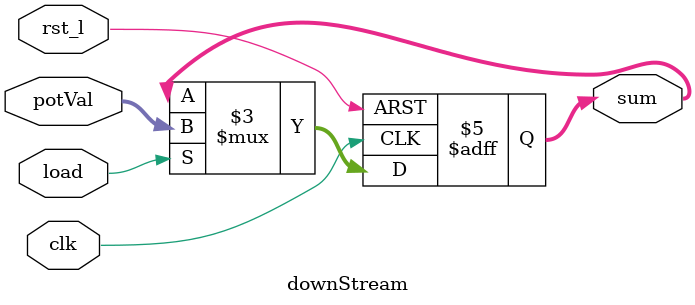
<source format=sv>
module downStream(
  input logic [7:0] potVal,
  input logic load, clk, rst_l,
  output logic [7:0] sum);

  always_ff @(posedge clk, negedge rst_l) 
    if (~rst_l) sum <= 0;
    else if (load) sum <= potVal;

endmodule
</source>
